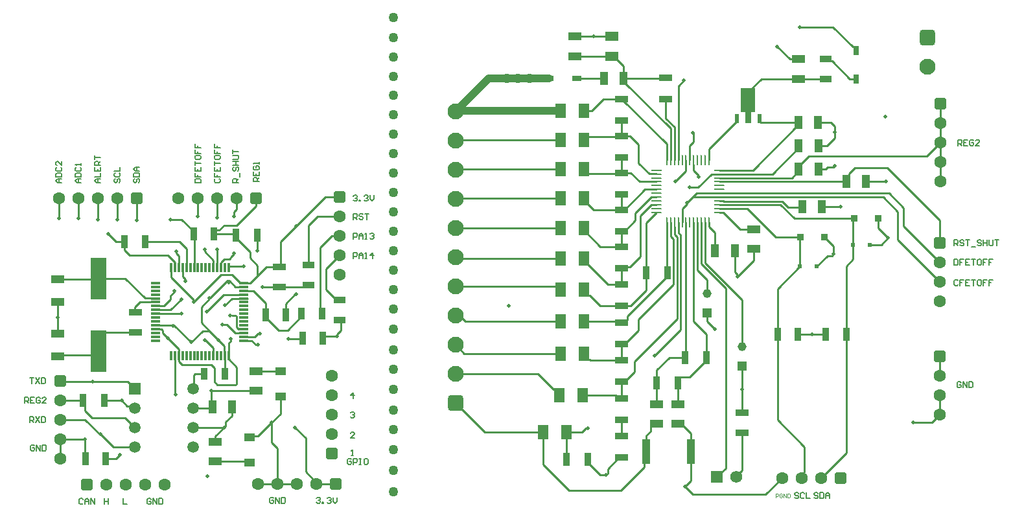
<source format=gtl>
G04*
G04 #@! TF.GenerationSoftware,Altium Limited,Altium Designer,25.2.1 (25)*
G04*
G04 Layer_Physical_Order=1*
G04 Layer_Color=255*
%FSLAX44Y44*%
%MOMM*%
G71*
G04*
G04 #@! TF.SameCoordinates,F4FED96F-6736-4451-9F0E-EDF3A1B2C77D*
G04*
G04*
G04 #@! TF.FilePolarity,Positive*
G04*
G01*
G75*
%ADD14C,0.1270*%
%ADD15C,0.2540*%
%ADD18R,1.2000X0.3000*%
%ADD19R,0.3000X1.2000*%
%ADD20R,1.0500X3.2500*%
%ADD21R,1.7062X1.2034*%
%ADD22R,1.7000X1.1000*%
%ADD23R,1.0500X1.8000*%
%ADD24R,1.3552X0.2125*%
G04:AMPARAMS|DCode=25|XSize=1.3552mm|YSize=0.2125mm|CornerRadius=0.1062mm|HoleSize=0mm|Usage=FLASHONLY|Rotation=0.000|XOffset=0mm|YOffset=0mm|HoleType=Round|Shape=RoundedRectangle|*
%AMROUNDEDRECTD25*
21,1,1.3552,0.0000,0,0,0.0*
21,1,1.1428,0.2125,0,0,0.0*
1,1,0.2125,0.5714,0.0000*
1,1,0.2125,-0.5714,0.0000*
1,1,0.2125,-0.5714,0.0000*
1,1,0.2125,0.5714,0.0000*
%
%ADD25ROUNDEDRECTD25*%
G04:AMPARAMS|DCode=26|XSize=0.2125mm|YSize=1.3552mm|CornerRadius=0.1062mm|HoleSize=0mm|Usage=FLASHONLY|Rotation=0.000|XOffset=0mm|YOffset=0mm|HoleType=Round|Shape=RoundedRectangle|*
%AMROUNDEDRECTD26*
21,1,0.2125,1.1428,0,0,0.0*
21,1,0.0000,1.3552,0,0,0.0*
1,1,0.2125,0.0000,-0.5714*
1,1,0.2125,0.0000,-0.5714*
1,1,0.2125,0.0000,0.5714*
1,1,0.2125,0.0000,0.5714*
%
%ADD26ROUNDEDRECTD26*%
%ADD27R,0.7000X1.2000*%
%ADD28R,1.5500X0.9000*%
%ADD29R,1.1000X1.7000*%
%ADD30R,0.9000X0.9500*%
%ADD31R,1.7000X1.0500*%
%ADD32R,1.6582X0.9561*%
%ADD33R,0.9500X1.7000*%
%ADD34R,1.7000X0.9500*%
%ADD35R,1.3561X1.8582*%
%ADD36R,1.8000X1.0500*%
%ADD37R,1.2000X0.7000*%
%ADD38R,0.8000X1.3000*%
%ADD39R,0.5500X1.3000*%
%ADD40R,1.0500X1.7000*%
%ADD41R,1.1057X1.6582*%
%ADD42R,0.9561X1.6582*%
%ADD43R,0.9000X1.5500*%
%ADD44R,2.0000X5.5000*%
%ADD45R,1.3500X1.1000*%
%ADD46R,1.8000X1.0000*%
%ADD53R,0.6000X0.6000*%
%ADD66R,1.1500X1.1500*%
%ADD67C,1.1500*%
%ADD68C,1.5700*%
%ADD69R,1.5700X1.5700*%
%ADD74C,1.0160*%
%ADD75C,0.0762*%
%ADD76C,1.6000*%
G04:AMPARAMS|DCode=77|XSize=1.6mm|YSize=1.6mm|CornerRadius=0.4mm|HoleSize=0mm|Usage=FLASHONLY|Rotation=270.000|XOffset=0mm|YOffset=0mm|HoleType=Round|Shape=RoundedRectangle|*
%AMROUNDEDRECTD77*
21,1,1.6000,0.8000,0,0,270.0*
21,1,0.8000,1.6000,0,0,270.0*
1,1,0.8000,-0.4000,-0.4000*
1,1,0.8000,-0.4000,0.4000*
1,1,0.8000,0.4000,0.4000*
1,1,0.8000,0.4000,-0.4000*
%
%ADD77ROUNDEDRECTD77*%
%ADD78C,2.1000*%
G04:AMPARAMS|DCode=79|XSize=2.1mm|YSize=2.1mm|CornerRadius=0.525mm|HoleSize=0mm|Usage=FLASHONLY|Rotation=270.000|XOffset=0mm|YOffset=0mm|HoleType=Round|Shape=RoundedRectangle|*
%AMROUNDEDRECTD79*
21,1,2.1000,1.0500,0,0,270.0*
21,1,1.0500,2.1000,0,0,270.0*
1,1,1.0500,-0.5250,-0.5250*
1,1,1.0500,-0.5250,0.5250*
1,1,1.0500,0.5250,0.5250*
1,1,1.0500,0.5250,-0.5250*
%
%ADD79ROUNDEDRECTD79*%
G04:AMPARAMS|DCode=80|XSize=1.6mm|YSize=1.6mm|CornerRadius=0.4mm|HoleSize=0mm|Usage=FLASHONLY|Rotation=180.000|XOffset=0mm|YOffset=0mm|HoleType=Round|Shape=RoundedRectangle|*
%AMROUNDEDRECTD80*
21,1,1.6000,0.8000,0,0,180.0*
21,1,0.8000,1.6000,0,0,180.0*
1,1,0.8000,-0.4000,0.4000*
1,1,0.8000,0.4000,0.4000*
1,1,0.8000,0.4000,-0.4000*
1,1,0.8000,-0.4000,-0.4000*
%
%ADD80ROUNDEDRECTD80*%
%ADD81R,1.5000X1.5000*%
%ADD82C,1.5000*%
%ADD83C,0.5080*%
%ADD84C,1.2700*%
G36*
X1561190Y1167270D02*
Y1136020D01*
X1555940D01*
Y1121270D01*
X1547940D01*
Y1136020D01*
X1542690D01*
Y1167270D01*
X1561190D01*
D02*
G37*
D14*
X1830068Y782318D02*
X1828799Y783587D01*
X1826260D01*
X1824990Y782318D01*
Y777240D01*
X1826260Y775970D01*
X1828799D01*
X1830068Y777240D01*
Y779779D01*
X1827529D01*
X1832608Y775970D02*
Y783587D01*
X1837686Y775970D01*
Y783587D01*
X1840225D02*
Y775970D01*
X1844034D01*
X1845303Y777240D01*
Y782318D01*
X1844034Y783587D01*
X1840225D01*
X1617978Y637538D02*
X1616709Y638807D01*
X1614170D01*
X1612900Y637538D01*
Y636268D01*
X1614170Y634999D01*
X1616709D01*
X1617978Y633729D01*
Y632460D01*
X1616709Y631190D01*
X1614170D01*
X1612900Y632460D01*
X1625596Y637538D02*
X1624326Y638807D01*
X1621787D01*
X1620517Y637538D01*
Y632460D01*
X1621787Y631190D01*
X1624326D01*
X1625596Y632460D01*
X1628135Y638807D02*
Y631190D01*
X1633213D01*
X1643378Y637538D02*
X1642109Y638807D01*
X1639570D01*
X1638300Y637538D01*
Y636268D01*
X1639570Y634999D01*
X1642109D01*
X1643378Y633729D01*
Y632460D01*
X1642109Y631190D01*
X1639570D01*
X1638300Y632460D01*
X1645918Y638807D02*
Y631190D01*
X1649726D01*
X1650996Y632460D01*
Y637538D01*
X1649726Y638807D01*
X1645918D01*
X1653535Y631190D02*
Y636268D01*
X1656074Y638807D01*
X1658613Y636268D01*
Y631190D01*
Y634999D01*
X1653535D01*
X1826258Y915668D02*
X1824989Y916937D01*
X1822450D01*
X1821180Y915668D01*
Y910590D01*
X1822450Y909320D01*
X1824989D01*
X1826258Y910590D01*
X1833876Y916937D02*
X1828797D01*
Y913129D01*
X1831337D01*
X1828797D01*
Y909320D01*
X1841493Y916937D02*
X1836415D01*
Y909320D01*
X1841493D01*
X1836415Y913129D02*
X1838954D01*
X1844033Y916937D02*
X1849111D01*
X1846572D01*
Y909320D01*
X1855459Y916937D02*
X1852920D01*
X1851650Y915668D01*
Y910590D01*
X1852920Y909320D01*
X1855459D01*
X1856729Y910590D01*
Y915668D01*
X1855459Y916937D01*
X1864346D02*
X1859268D01*
Y913129D01*
X1861807D01*
X1859268D01*
Y909320D01*
X1871964Y916937D02*
X1866885D01*
Y913129D01*
X1869424D01*
X1866885D01*
Y909320D01*
X1821180Y943607D02*
Y935990D01*
X1824989D01*
X1826258Y937260D01*
Y942338D01*
X1824989Y943607D01*
X1821180D01*
X1833876D02*
X1828797D01*
Y939799D01*
X1831337D01*
X1828797D01*
Y935990D01*
X1841493Y943607D02*
X1836415D01*
Y935990D01*
X1841493D01*
X1836415Y939799D02*
X1838954D01*
X1844033Y943607D02*
X1849111D01*
X1846572D01*
Y935990D01*
X1855459Y943607D02*
X1852920D01*
X1851650Y942338D01*
Y937260D01*
X1852920Y935990D01*
X1855459D01*
X1856729Y937260D01*
Y942338D01*
X1855459Y943607D01*
X1864346D02*
X1859268D01*
Y939799D01*
X1861807D01*
X1859268D01*
Y935990D01*
X1871964Y943607D02*
X1866885D01*
Y939799D01*
X1869424D01*
X1866885D01*
Y935990D01*
X1821180Y961390D02*
Y969007D01*
X1824989D01*
X1826258Y967738D01*
Y965198D01*
X1824989Y963929D01*
X1821180D01*
X1823719D02*
X1826258Y961390D01*
X1833876Y967738D02*
X1832606Y969007D01*
X1830067D01*
X1828797Y967738D01*
Y966468D01*
X1830067Y965198D01*
X1832606D01*
X1833876Y963929D01*
Y962659D01*
X1832606Y961390D01*
X1830067D01*
X1828797Y962659D01*
X1836415Y969007D02*
X1841493D01*
X1838954D01*
Y961390D01*
X1844033Y960120D02*
X1849111D01*
X1856729Y967738D02*
X1855459Y969007D01*
X1852920D01*
X1851650Y967738D01*
Y966468D01*
X1852920Y965198D01*
X1855459D01*
X1856729Y963929D01*
Y962659D01*
X1855459Y961390D01*
X1852920D01*
X1851650Y962659D01*
X1859268Y969007D02*
Y961390D01*
Y965198D01*
X1864346D01*
Y969007D01*
Y961390D01*
X1866885Y969007D02*
Y962659D01*
X1868155Y961390D01*
X1870694D01*
X1871964Y962659D01*
Y969007D01*
X1874503D02*
X1879581D01*
X1877042D01*
Y961390D01*
X1826260Y1092200D02*
Y1099818D01*
X1830069D01*
X1831338Y1098548D01*
Y1096009D01*
X1830069Y1094739D01*
X1826260D01*
X1828799D02*
X1831338Y1092200D01*
X1838956Y1099818D02*
X1833878D01*
Y1092200D01*
X1838956D01*
X1833878Y1096009D02*
X1836417D01*
X1846573Y1098548D02*
X1845304Y1099818D01*
X1842765D01*
X1841495Y1098548D01*
Y1093470D01*
X1842765Y1092200D01*
X1845304D01*
X1846573Y1093470D01*
Y1096009D01*
X1844034D01*
X1854191Y1092200D02*
X1849113D01*
X1854191Y1097278D01*
Y1098548D01*
X1852921Y1099818D01*
X1850382D01*
X1849113Y1098548D01*
X932178Y631188D02*
X930909Y632458D01*
X928370D01*
X927100Y631188D01*
Y626110D01*
X928370Y624840D01*
X930909D01*
X932178Y626110D01*
Y628649D01*
X929639D01*
X934717Y624840D02*
Y632458D01*
X939796Y624840D01*
Y632458D01*
X942335D02*
Y624840D01*
X946144D01*
X947413Y626110D01*
Y631188D01*
X946144Y632458D01*
X942335D01*
X988060Y631188D02*
X989330Y632458D01*
X991869D01*
X993138Y631188D01*
Y629918D01*
X991869Y628649D01*
X990599D01*
X991869D01*
X993138Y627379D01*
Y626110D01*
X991869Y624840D01*
X989330D01*
X988060Y626110D01*
X995677Y624840D02*
Y626110D01*
X996947D01*
Y624840D01*
X995677D01*
X1002026Y631188D02*
X1003295Y632458D01*
X1005834D01*
X1007104Y631188D01*
Y629918D01*
X1005834Y628649D01*
X1004565D01*
X1005834D01*
X1007104Y627379D01*
Y626110D01*
X1005834Y624840D01*
X1003295D01*
X1002026Y626110D01*
X1009643Y632458D02*
Y627379D01*
X1012182Y624840D01*
X1014721Y627379D01*
Y632458D01*
X1036320Y944880D02*
Y952497D01*
X1040129D01*
X1041398Y951228D01*
Y948689D01*
X1040129Y947419D01*
X1036320D01*
X1043938Y944880D02*
Y949958D01*
X1046477Y952497D01*
X1049016Y949958D01*
Y944880D01*
Y948689D01*
X1043938D01*
X1051555Y944880D02*
X1054094D01*
X1052825D01*
Y952497D01*
X1051555Y951228D01*
X1061712Y944880D02*
Y952497D01*
X1057903Y948689D01*
X1062981D01*
X1036320Y970280D02*
Y977897D01*
X1040129D01*
X1041398Y976628D01*
Y974089D01*
X1040129Y972819D01*
X1036320D01*
X1043938Y970280D02*
Y975358D01*
X1046477Y977897D01*
X1049016Y975358D01*
Y970280D01*
Y974089D01*
X1043938D01*
X1051555Y970280D02*
X1054094D01*
X1052825D01*
Y977897D01*
X1051555Y976628D01*
X1057903D02*
X1059173Y977897D01*
X1061712D01*
X1062981Y976628D01*
Y975358D01*
X1061712Y974089D01*
X1060442D01*
X1061712D01*
X1062981Y972819D01*
Y971550D01*
X1061712Y970280D01*
X1059173D01*
X1057903Y971550D01*
X1036320Y995680D02*
Y1003298D01*
X1040129D01*
X1041398Y1002028D01*
Y999489D01*
X1040129Y998219D01*
X1036320D01*
X1038859D02*
X1041398Y995680D01*
X1049016Y1002028D02*
X1047746Y1003298D01*
X1045207D01*
X1043938Y1002028D01*
Y1000758D01*
X1045207Y999489D01*
X1047746D01*
X1049016Y998219D01*
Y996950D01*
X1047746Y995680D01*
X1045207D01*
X1043938Y996950D01*
X1051555Y1003298D02*
X1056633D01*
X1054094D01*
Y995680D01*
X1036320Y1026158D02*
X1037590Y1027428D01*
X1040129D01*
X1041398Y1026158D01*
Y1024888D01*
X1040129Y1023619D01*
X1038859D01*
X1040129D01*
X1041398Y1022349D01*
Y1021080D01*
X1040129Y1019810D01*
X1037590D01*
X1036320Y1021080D01*
X1043938Y1019810D02*
Y1021080D01*
X1045207D01*
Y1019810D01*
X1043938D01*
X1050285Y1026158D02*
X1051555Y1027428D01*
X1054094D01*
X1055364Y1026158D01*
Y1024888D01*
X1054094Y1023619D01*
X1052825D01*
X1054094D01*
X1055364Y1022349D01*
Y1021080D01*
X1054094Y1019810D01*
X1051555D01*
X1050285Y1021080D01*
X1057903Y1027428D02*
Y1022349D01*
X1060442Y1019810D01*
X1062981Y1022349D01*
Y1027428D01*
X619758Y699768D02*
X618489Y701038D01*
X615950D01*
X614680Y699768D01*
Y694690D01*
X615950Y693420D01*
X618489D01*
X619758Y694690D01*
Y697229D01*
X617219D01*
X622298Y693420D02*
Y701038D01*
X627376Y693420D01*
Y701038D01*
X629915D02*
Y693420D01*
X633724D01*
X634993Y694690D01*
Y699768D01*
X633724Y701038D01*
X629915D01*
X613410Y730250D02*
Y737868D01*
X617219D01*
X618488Y736598D01*
Y734059D01*
X617219Y732789D01*
X613410D01*
X615949D02*
X618488Y730250D01*
X621027Y737868D02*
X626106Y730250D01*
Y737868D02*
X621027Y730250D01*
X628645Y737868D02*
Y730250D01*
X632454D01*
X633723Y731520D01*
Y736598D01*
X632454Y737868D01*
X628645D01*
X607060Y755650D02*
Y763268D01*
X610869D01*
X612138Y761998D01*
Y759459D01*
X610869Y758189D01*
X607060D01*
X609599D02*
X612138Y755650D01*
X619756Y763268D02*
X614678D01*
Y755650D01*
X619756D01*
X614678Y759459D02*
X617217D01*
X627373Y761998D02*
X626104Y763268D01*
X623565D01*
X622295Y761998D01*
Y756920D01*
X623565Y755650D01*
X626104D01*
X627373Y756920D01*
Y759459D01*
X624834D01*
X634991Y755650D02*
X629913D01*
X634991Y760728D01*
Y761998D01*
X633721Y763268D01*
X631182D01*
X629913Y761998D01*
X613410Y788668D02*
X618488D01*
X615949D01*
Y781050D01*
X621027Y788668D02*
X626106Y781050D01*
Y788668D02*
X621027Y781050D01*
X628645Y788668D02*
Y781050D01*
X632454D01*
X633723Y782320D01*
Y787398D01*
X632454Y788668D01*
X628645D01*
X772158Y629918D02*
X770889Y631188D01*
X768350D01*
X767080Y629918D01*
Y624840D01*
X768350Y623570D01*
X770889D01*
X772158Y624840D01*
Y627379D01*
X769619D01*
X774697Y623570D02*
Y631188D01*
X779776Y623570D01*
Y631188D01*
X782315D02*
Y623570D01*
X786124D01*
X787393Y624840D01*
Y629918D01*
X786124Y631188D01*
X782315D01*
X735330D02*
Y623570D01*
X740408D01*
X711200Y631188D02*
Y623570D01*
Y627379D01*
X716278D01*
Y631188D01*
Y623570D01*
X683258Y629918D02*
X681989Y631188D01*
X679450D01*
X678180Y629918D01*
Y624840D01*
X679450Y623570D01*
X681989D01*
X683258Y624840D01*
X685798Y623570D02*
Y628648D01*
X688337Y631188D01*
X690876Y628648D01*
Y623570D01*
Y627379D01*
X685798D01*
X693415Y623570D02*
Y631188D01*
X698493Y623570D01*
Y631188D01*
X1036319Y762000D02*
Y769617D01*
X1032510Y765809D01*
X1037588D01*
X1032510Y742948D02*
X1033780Y744218D01*
X1036319D01*
X1037588Y742948D01*
Y741678D01*
X1036319Y740409D01*
X1035049D01*
X1036319D01*
X1037588Y739139D01*
Y737870D01*
X1036319Y736600D01*
X1033780D01*
X1032510Y737870D01*
X1037588Y709930D02*
X1032510D01*
X1037588Y715008D01*
Y716278D01*
X1036319Y717548D01*
X1033780D01*
X1032510Y716278D01*
X1033780Y687070D02*
X1036319D01*
X1035050D01*
Y694688D01*
X1033780Y693418D01*
X1033778Y681988D02*
X1032509Y683258D01*
X1029970D01*
X1028700Y681988D01*
Y676910D01*
X1029970Y675640D01*
X1032509D01*
X1033778Y676910D01*
Y679449D01*
X1031239D01*
X1036318Y675640D02*
Y683258D01*
X1040126D01*
X1041396Y681988D01*
Y679449D01*
X1040126Y678179D01*
X1036318D01*
X1043935Y683258D02*
X1046474D01*
X1045205D01*
Y675640D01*
X1043935D01*
X1046474D01*
X1054092Y683258D02*
X1051553D01*
X1050283Y681988D01*
Y676910D01*
X1051553Y675640D01*
X1054092D01*
X1055361Y676910D01*
Y681988D01*
X1054092Y683258D01*
X750572Y1049018D02*
X749303Y1047749D01*
Y1045210D01*
X750572Y1043940D01*
X751842D01*
X753111Y1045210D01*
Y1047749D01*
X754381Y1049018D01*
X755650D01*
X756920Y1047749D01*
Y1045210D01*
X755650Y1043940D01*
X749303Y1051557D02*
X756920D01*
Y1055366D01*
X755650Y1056636D01*
X750572D01*
X749303Y1055366D01*
Y1051557D01*
X756920Y1059175D02*
X751842D01*
X749303Y1061714D01*
X751842Y1064253D01*
X756920D01*
X753111D01*
Y1059175D01*
X655155Y1043365D02*
X650076D01*
X647537Y1045904D01*
X650076Y1048443D01*
X655155D01*
X651346D01*
Y1043365D01*
X647537Y1050982D02*
X655155D01*
Y1054791D01*
X653885Y1056061D01*
X648807D01*
X647537Y1054791D01*
Y1050982D01*
X648807Y1063678D02*
X647537Y1062409D01*
Y1059870D01*
X648807Y1058600D01*
X653885D01*
X655155Y1059870D01*
Y1062409D01*
X653885Y1063678D01*
X655155Y1071296D02*
Y1066217D01*
X650076Y1071296D01*
X648807D01*
X647537Y1070026D01*
Y1067487D01*
X648807Y1066217D01*
X680555Y1043365D02*
X675476D01*
X672937Y1045904D01*
X675476Y1048443D01*
X680555D01*
X676746D01*
Y1043365D01*
X672937Y1050982D02*
X680555D01*
Y1054791D01*
X679285Y1056061D01*
X674207D01*
X672937Y1054791D01*
Y1050982D01*
X674207Y1063678D02*
X672937Y1062409D01*
Y1059870D01*
X674207Y1058600D01*
X679285D01*
X680555Y1059870D01*
Y1062409D01*
X679285Y1063678D01*
X680555Y1066217D02*
Y1068757D01*
Y1067487D01*
X672937D01*
X674207Y1066217D01*
X705955Y1043365D02*
X700876D01*
X698337Y1045904D01*
X700876Y1048443D01*
X705955D01*
X702146D01*
Y1043365D01*
X698337Y1050982D02*
X705955D01*
Y1056061D01*
X698337Y1063678D02*
Y1058600D01*
X705955D01*
Y1063678D01*
X702146Y1058600D02*
Y1061139D01*
X705955Y1066217D02*
X698337D01*
Y1070026D01*
X699607Y1071296D01*
X702146D01*
X703415Y1070026D01*
Y1066217D01*
Y1068757D02*
X705955Y1071296D01*
X698337Y1073835D02*
Y1078913D01*
Y1076374D01*
X705955D01*
X725172Y1049018D02*
X723903Y1047749D01*
Y1045210D01*
X725172Y1043940D01*
X726442D01*
X727711Y1045210D01*
Y1047749D01*
X728981Y1049018D01*
X730250D01*
X731520Y1047749D01*
Y1045210D01*
X730250Y1043940D01*
X725172Y1056636D02*
X723903Y1055366D01*
Y1052827D01*
X725172Y1051557D01*
X730250D01*
X731520Y1052827D01*
Y1055366D01*
X730250Y1056636D01*
X723903Y1059175D02*
X731520D01*
Y1064253D01*
X829313Y1043940D02*
X836930D01*
Y1047749D01*
X835660Y1049018D01*
X830582D01*
X829313Y1047749D01*
Y1043940D01*
Y1056636D02*
Y1051557D01*
X833121D01*
Y1054097D01*
Y1051557D01*
X836930D01*
X829313Y1064253D02*
Y1059175D01*
X836930D01*
Y1064253D01*
X833121Y1059175D02*
Y1061714D01*
X829313Y1066793D02*
Y1071871D01*
Y1069332D01*
X836930D01*
X829313Y1078219D02*
Y1075680D01*
X830582Y1074410D01*
X835660D01*
X836930Y1075680D01*
Y1078219D01*
X835660Y1079489D01*
X830582D01*
X829313Y1078219D01*
Y1087106D02*
Y1082028D01*
X833121D01*
Y1084567D01*
Y1082028D01*
X836930D01*
X829313Y1094724D02*
Y1089645D01*
X833121D01*
Y1092184D01*
Y1089645D01*
X836930D01*
X855982Y1049018D02*
X854713Y1047749D01*
Y1045210D01*
X855982Y1043940D01*
X861060D01*
X862330Y1045210D01*
Y1047749D01*
X861060Y1049018D01*
X854713Y1056636D02*
Y1051557D01*
X858521D01*
Y1054097D01*
Y1051557D01*
X862330D01*
X854713Y1064253D02*
Y1059175D01*
X862330D01*
Y1064253D01*
X858521Y1059175D02*
Y1061714D01*
X854713Y1066793D02*
Y1071871D01*
Y1069332D01*
X862330D01*
X854713Y1078219D02*
Y1075680D01*
X855982Y1074410D01*
X861060D01*
X862330Y1075680D01*
Y1078219D01*
X861060Y1079489D01*
X855982D01*
X854713Y1078219D01*
Y1087106D02*
Y1082028D01*
X858521D01*
Y1084567D01*
Y1082028D01*
X862330D01*
X854713Y1094724D02*
Y1089645D01*
X858521D01*
Y1092184D01*
Y1089645D01*
X862330D01*
X886460Y1043940D02*
X878843D01*
Y1047749D01*
X880113Y1049018D01*
X882652D01*
X883921Y1047749D01*
Y1043940D01*
Y1046479D02*
X886460Y1049018D01*
X887730Y1051557D02*
Y1056636D01*
X880113Y1064253D02*
X878843Y1062984D01*
Y1060445D01*
X880113Y1059175D01*
X881382D01*
X882652Y1060445D01*
Y1062984D01*
X883921Y1064253D01*
X885191D01*
X886460Y1062984D01*
Y1060445D01*
X885191Y1059175D01*
X878843Y1066793D02*
X886460D01*
X882652D01*
Y1071871D01*
X878843D01*
X886460D01*
X878843Y1074410D02*
X885191D01*
X886460Y1075680D01*
Y1078219D01*
X885191Y1079489D01*
X878843D01*
Y1082028D02*
Y1087106D01*
Y1084567D01*
X886460D01*
X913130Y1045210D02*
X905512D01*
Y1049019D01*
X906782Y1050288D01*
X909321D01*
X910591Y1049019D01*
Y1045210D01*
Y1047749D02*
X913130Y1050288D01*
X905512Y1057906D02*
Y1052828D01*
X913130D01*
Y1057906D01*
X909321Y1052828D02*
Y1055367D01*
X906782Y1065523D02*
X905512Y1064254D01*
Y1061715D01*
X906782Y1060445D01*
X911860D01*
X913130Y1061715D01*
Y1064254D01*
X911860Y1065523D01*
X909321D01*
Y1062984D01*
X913130Y1068063D02*
Y1070602D01*
Y1069332D01*
X905512D01*
X906782Y1068063D01*
D15*
X1767840Y730250D02*
X1791970D01*
X1802130Y740410D01*
Y765810D01*
Y791210D02*
Y816610D01*
X876032Y946465D02*
X880110Y950543D01*
X874048Y943898D02*
X876032Y945882D01*
X880110Y950543D02*
Y951230D01*
X876032Y945882D02*
Y946465D01*
X900430Y712460D02*
X911850D01*
X874775Y914655D02*
X881900Y907530D01*
X871585Y915670D02*
X873760D01*
X874775Y914655D01*
X848813Y892897D02*
X871585Y915670D01*
X800677Y857300D02*
X801869D01*
X1471930Y1016000D02*
Y1017270D01*
X1465700Y1009770D02*
X1471930Y1016000D01*
X1486805Y1037590D02*
X1504225Y1055010D01*
X1583490D01*
X778200Y872490D02*
X811530D01*
X873160Y813030D02*
Y817530D01*
Y813030D02*
X883920Y802270D01*
Y781268D02*
Y802270D01*
X882432Y779780D02*
X883920Y781268D01*
X858520Y779780D02*
X882432D01*
X854710Y783590D02*
X858520Y779780D01*
X854710Y783590D02*
Y801370D01*
X850307Y805773D02*
X854710Y801370D01*
X812793Y805773D02*
X850307D01*
X808390Y810175D02*
X812793Y805773D01*
X808390Y810175D02*
Y817300D01*
X808160Y817530D02*
X808390Y817300D01*
X842697Y838200D02*
X853160Y827737D01*
Y817530D02*
Y827737D01*
X842010Y838200D02*
X842697D01*
X730904Y688340D02*
X731520D01*
X725824Y683260D02*
X730904Y688340D01*
X712470Y683260D02*
X725824D01*
X653430Y708660D02*
X685800D01*
Y683408D02*
Y708660D01*
X1664970Y1109980D02*
Y1117600D01*
Y1102360D02*
Y1109980D01*
X1349856Y1234740D02*
X1373833D01*
X1325880D02*
X1349856D01*
X1544320Y773710D02*
Y803910D01*
Y743511D02*
Y773710D01*
X937260Y650240D02*
Y696292D01*
Y650050D02*
Y650240D01*
X874775Y914655D02*
X874775D01*
X874775D02*
Y914655D01*
X650240Y848120D02*
Y867410D01*
X873160Y934490D02*
X873390Y934720D01*
X873160Y932530D02*
Y934490D01*
X873390Y934720D02*
X892810D01*
X880441Y999821D02*
Y1005840D01*
X883920Y1009319D01*
X880110Y999490D02*
X880441Y999821D01*
X844550Y875030D02*
X867050Y897530D01*
X797560Y896602D02*
X801966Y901008D01*
X788780Y882760D02*
X797560Y891540D01*
Y896602D01*
X778390Y882760D02*
X788780D01*
X805180Y951021D02*
Y953770D01*
Y951021D02*
X808160Y948041D01*
Y932530D02*
Y948041D01*
X818160Y932530D02*
Y957300D01*
X808990Y966470D02*
X818160Y957300D01*
X828160Y932530D02*
Y976041D01*
X763831Y966470D02*
X808990D01*
X1418800Y692150D02*
Y713025D01*
X1424830Y719055D01*
Y724950D01*
X1428810Y728930D01*
X1432560D01*
X1416260Y689610D02*
X1418800Y692150D01*
X1416260Y672040D02*
Y689610D01*
X1460500Y728930D02*
X1464250D01*
X1476800Y716380D01*
Y692150D02*
Y716380D01*
X1469390Y646430D02*
X1476800Y653840D01*
Y692150D01*
X841460Y793750D02*
X843450D01*
X829310D02*
X841460D01*
X803390Y767600D02*
X803910Y767080D01*
X803390Y767600D02*
Y817300D01*
X803160Y817530D02*
X803390Y817300D01*
X737309Y955601D02*
X743931Y948979D01*
X737309Y955601D02*
Y966470D01*
X743931Y948979D02*
X793835D01*
X802930Y932760D02*
X803160Y932530D01*
X802930Y932760D02*
Y939884D01*
X793835Y948979D02*
X802930Y939884D01*
X716280Y976630D02*
X726440Y966470D01*
X737309D01*
X816995Y914785D02*
Y917534D01*
X813160Y921369D02*
X816995Y917534D01*
X813160Y921369D02*
Y932530D01*
X1475740Y1092200D02*
X1480820Y1097280D01*
Y1107440D01*
X1479550Y1108710D02*
X1480820Y1107440D01*
X1475740Y1084580D02*
Y1092200D01*
X1475700Y1073265D02*
Y1084540D01*
X1475740Y1084580D01*
X1487170Y1051560D02*
Y1052988D01*
X1480700Y1059458D02*
Y1067759D01*
Y1059458D02*
X1487170Y1052988D01*
X1475740Y1037590D02*
X1486805D01*
X1479670Y1025010D02*
X1484670Y1030010D01*
X1513955D02*
X1736050D01*
X1484670D02*
X1513955D01*
X1460700Y1073265D02*
Y1169870D01*
X1468120Y1177290D01*
X1663248Y950412D02*
Y960832D01*
X1470700Y1059220D02*
Y1073265D01*
X1456690Y1045210D02*
X1470700Y1059220D01*
X1182285Y862330D02*
X1306788D01*
X1169670Y869950D02*
X1174665D01*
X1182285Y862330D01*
X1169670Y908050D02*
X1303020D01*
X1306830Y904240D01*
X1445700Y927100D02*
X1446970Y925830D01*
X1337310Y862330D02*
X1385600D01*
X1445700Y927100D02*
Y991755D01*
X1385600Y862330D02*
X1386840Y861090D01*
X1390590Y833090D02*
X1408430Y850930D01*
Y864806D01*
X1454580Y910956D01*
Y969820D01*
X1574800Y636270D02*
X1596390Y657860D01*
X1479550Y636270D02*
X1574800D01*
X1469390Y646430D02*
X1479550Y636270D01*
X1425397Y1024802D02*
X1432445D01*
X1358890Y960180D02*
X1386840D01*
X1693185Y1216555D02*
Y1219055D01*
X1690955Y1221285D02*
X1693185Y1219055D01*
X1688455Y1221285D02*
X1690955D01*
X1662600Y1247140D02*
X1688455Y1221285D01*
X1619250Y1247140D02*
X1662600D01*
X1661300Y1202550D02*
X1684295Y1179555D01*
X1653540Y1205780D02*
X1656770Y1202550D01*
X1684295Y1179555D02*
X1693185D01*
X1656770Y1202550D02*
X1661300D01*
X1350009Y1008380D02*
X1386840D01*
X1422552Y1055218D02*
X1432445D01*
X1341114Y1103645D02*
X1386840D01*
X1385585Y1055385D02*
X1386840Y1056640D01*
X1455700Y1073265D02*
Y1116230D01*
X1443990Y1127941D02*
X1455700Y1116230D01*
X1443990Y1127941D02*
Y1153160D01*
X1442660Y1179830D02*
X1443990Y1181160D01*
X1389430Y1179830D02*
X1442660D01*
X1373833Y1234740D02*
X1374140Y1235047D01*
X1325880Y1209040D02*
X1374140D01*
X1376654D01*
X1389430Y1196264D01*
Y1179830D02*
Y1196264D01*
X1450700Y1073265D02*
Y1114810D01*
X1389430Y1176080D02*
X1450700Y1114810D01*
X1389430Y1176080D02*
Y1179830D01*
X1328420D02*
X1363930D01*
X1590040Y1221740D02*
X1606250Y1205530D01*
X1617980D01*
X1635760Y845820D02*
X1653540D01*
X1621790Y657860D02*
Y661502D01*
X1625600Y665312D02*
Y698500D01*
X1590188Y733912D02*
Y845820D01*
Y733912D02*
X1625600Y698500D01*
X1621790Y661502D02*
X1625600Y665312D01*
X1647190Y657860D02*
X1680062Y690732D01*
Y845820D01*
X1590188Y905228D02*
X1619680Y934720D01*
X1590188Y845820D02*
Y905228D01*
X1680062Y934572D02*
X1689100Y943610D01*
X1680062Y845820D02*
Y934572D01*
X1616710Y845820D02*
X1635760D01*
X1569420Y1179530D02*
X1617980D01*
X1551940Y1162050D02*
X1569420Y1179530D01*
X1551940Y1127770D02*
Y1162050D01*
X1653290Y1179530D02*
X1653540Y1179280D01*
X1617980Y1179530D02*
X1653290D01*
X1536940Y1124020D02*
Y1127770D01*
X1500700Y1087780D02*
X1536940Y1124020D01*
X1500700Y1073265D02*
Y1087780D01*
X1566940Y1124160D02*
Y1127770D01*
Y1124160D02*
X1568420Y1122680D01*
X1617918D01*
X1803400Y1045210D02*
Y1146810D01*
X1617680Y1064720D02*
X1631190Y1078230D01*
X1785620D02*
X1803400Y1096010D01*
X1631190Y1078230D02*
X1785620D01*
X1643680Y1061720D02*
X1653540D01*
X1663026Y1064126D02*
X1664970Y1066070D01*
X1655946Y1064126D02*
X1663026D01*
X1653540Y1061720D02*
X1655946Y1064126D01*
X1617680Y1061720D02*
Y1064720D01*
X1643442Y1122680D02*
X1659890D01*
X1664970Y1117600D01*
X1654810Y1092200D02*
X1664970Y1102360D01*
X1643680Y1092200D02*
X1654810D01*
X1617918Y1119918D02*
Y1122680D01*
X1558010Y1060010D02*
X1617918Y1119918D01*
X1513955Y1060010D02*
X1558010D01*
X1617680Y1089200D02*
Y1092200D01*
X1583490Y1055010D02*
X1617680Y1089200D01*
Y1058720D02*
Y1061720D01*
X1608970Y1050010D02*
X1617680Y1058720D01*
X1513955Y1050010D02*
X1608970D01*
X1733550Y1062990D02*
X1802130Y994410D01*
Y965200D02*
Y994410D01*
X1691640Y1062990D02*
X1733550D01*
X1684039Y1049089D02*
Y1055389D01*
X1680160Y1045210D02*
X1684039Y1049089D01*
Y1055389D02*
X1691640Y1062990D01*
X1705660Y1045210D02*
X1732280D01*
X1651000D02*
X1680160D01*
X1650800Y1045010D02*
X1651000Y1045210D01*
X1747520Y969010D02*
X1802130Y914400D01*
X1747520Y969010D02*
Y1005840D01*
X1728350Y1025010D02*
X1747520Y1005840D01*
X1513955Y1025010D02*
X1728350D01*
X1648460Y1012190D02*
X1672590D01*
X1755140Y986790D02*
Y1010920D01*
Y986790D02*
X1802130Y939800D01*
X1736050Y1030010D02*
X1755140Y1010920D01*
X1594292Y1015010D02*
X1612352Y996950D01*
X1689100Y943610D02*
Y962660D01*
X1612352Y996950D02*
X1690620D01*
X1513955Y1015010D02*
X1594292D01*
X1689100Y962660D02*
Y995430D01*
X1513955Y1010010D02*
X1550954D01*
X1588145Y972820D01*
X1620010D01*
X1689100Y995430D02*
X1690620Y996950D01*
X1725930Y962660D02*
X1734820Y971550D01*
X1722120Y984250D02*
Y996950D01*
Y984250D02*
X1734820Y971550D01*
X1711100Y962660D02*
X1725930D01*
X1471930Y1017270D02*
X1479670Y1025010D01*
X1513955Y1045010D02*
X1650800D01*
X1479670Y1025010D02*
X1513955D01*
X1514162Y1019802D02*
X1519876D01*
X1520129Y1019550D02*
X1596172D01*
X1604192Y1011530D02*
X1622400D01*
X1596172Y1019550D02*
X1604192Y1011530D01*
X1513955Y1020010D02*
X1514162Y1019802D01*
X1519876D02*
X1520129Y1019550D01*
X1651510Y972570D02*
Y972820D01*
X1641680Y934720D02*
X1655428Y948468D01*
X1651510Y972570D02*
X1663248Y960832D01*
X1655428Y948468D02*
X1661304D01*
X1663248Y950412D01*
X1619680Y972490D02*
X1620010Y972820D01*
X1619680Y934720D02*
Y972490D01*
X1513955Y1005010D02*
X1519253D01*
X1541233Y983030D01*
X1559560D01*
X1537970Y920750D02*
X1559560Y942340D01*
Y957530D01*
X1534460Y927009D02*
Y955040D01*
X1537970Y920750D02*
Y923499D01*
X1534460Y927009D02*
X1537970Y923499D01*
X1500700Y986457D02*
Y991755D01*
Y986457D02*
X1508460Y978697D01*
Y955040D02*
Y978697D01*
X1495700Y938960D02*
Y991755D01*
Y938960D02*
X1544320Y890340D01*
Y829310D02*
Y890340D01*
Y668000D02*
Y716989D01*
X1536700Y660380D02*
X1544320Y668000D01*
X1536700Y659130D02*
Y660380D01*
X1498600Y862330D02*
X1508760Y852170D01*
X1498600Y862330D02*
Y873760D01*
X1522730Y670560D02*
Y905510D01*
X1490700Y937540D02*
X1522730Y905510D01*
X1490700Y937540D02*
Y991755D01*
X1511300Y659130D02*
X1522730Y670560D01*
X1485700Y929840D02*
X1498600Y916940D01*
X1485700Y929840D02*
Y991755D01*
X1498600Y899160D02*
Y916940D01*
X1480700Y862450D02*
X1497360Y845790D01*
Y815340D02*
Y845790D01*
X1480700Y862450D02*
Y991755D01*
X1470700Y816680D02*
Y991755D01*
X1469360Y815340D02*
X1470700Y816680D01*
X1463660Y851520D02*
Y975197D01*
X1460700Y978157D02*
X1463660Y975197D01*
X1450700Y973700D02*
X1454580Y969820D01*
X1455700Y975717D02*
X1459120Y972297D01*
X1450700Y973700D02*
Y991755D01*
X1459120Y865965D02*
Y972297D01*
X1455700Y975717D02*
Y986249D01*
X1497360Y811590D02*
Y815340D01*
X1475320Y789550D02*
X1497360Y811590D01*
X1464010Y789550D02*
X1475320D01*
X1460530Y786070D02*
X1464010Y789550D01*
X1460530Y782320D02*
Y786070D01*
X1449070Y815340D02*
X1469360D01*
X1432530Y798800D02*
X1449070Y815340D01*
X1432530Y782320D02*
Y798800D01*
X1283949Y675661D02*
Y717550D01*
Y675661D02*
X1318260Y641350D01*
X1385570D01*
X1416260Y672040D01*
X1456780Y725210D02*
X1460500Y728930D01*
X1432560D02*
X1436280Y725210D01*
X1460530Y754460D02*
Y782320D01*
X1460500Y754430D02*
X1460530Y754460D01*
X1432530D02*
Y782320D01*
Y754460D02*
X1432560Y754430D01*
X1465700Y991755D02*
Y1009770D01*
X1366520Y661670D02*
X1368464Y663614D01*
Y669844D01*
X1383090Y684470D01*
X1386840D01*
X1358990Y661670D02*
X1366520D01*
X1342420Y678240D02*
X1358990Y661670D01*
X1342420Y678240D02*
Y681990D01*
X1169670Y755650D02*
X1207770Y717550D01*
X1283949D01*
X1169670Y793750D02*
X1277578D01*
X1297497Y773831D01*
X1300008D01*
X1305518Y768321D01*
Y765810D02*
Y768321D01*
X1169670Y831850D02*
X1181100Y820420D01*
X1306788D01*
X1314420Y681990D02*
X1314471Y682041D01*
Y717550D01*
X1460700Y978157D02*
Y991755D01*
X1430020Y817880D02*
X1463660Y851520D01*
X1403350Y810195D02*
X1459120Y865965D01*
X1403350Y796320D02*
Y810195D01*
X1339641Y722630D02*
X1342390D01*
X1334561Y717550D02*
X1339641Y722630D01*
X1314471Y717550D02*
X1334561D01*
X1390590Y783560D02*
X1403350Y796320D01*
X1386840Y783560D02*
X1390590D01*
X1386840Y833090D02*
X1390590D01*
X1383090Y762030D02*
X1386840D01*
X1379310Y765810D02*
X1383090Y762030D01*
X1336040Y765810D02*
X1379310D01*
X1386840Y712470D02*
Y734030D01*
Y762030D02*
Y783560D01*
Y811560D02*
Y833090D01*
X1346170Y811560D02*
X1386840D01*
X1345331Y812399D02*
X1346170Y811560D01*
X1342820Y812399D02*
X1345331D01*
X1337310Y817909D02*
X1342820Y812399D01*
X1337310Y817909D02*
Y820420D01*
X1386840Y861090D02*
X1390590D01*
X1394070Y864570D01*
Y869590D01*
X1446560Y922080D01*
Y925830D01*
X1358942Y882650D02*
X1386840D01*
X1345373Y896219D02*
X1358942Y882650D01*
X1342862Y896219D02*
X1345373D01*
X1337352Y901729D02*
X1342862Y896219D01*
X1337352Y901729D02*
Y904240D01*
X1169670Y831850D02*
X1172563D01*
X1169670Y944880D02*
X1306809D01*
X1169670Y1023605D02*
X1306773D01*
X1169670Y1061705D02*
X1306773D01*
X1169670Y1099805D02*
X1306752D01*
X1337331Y981739D02*
Y984250D01*
Y942369D02*
Y944880D01*
X1337295Y1021094D02*
Y1023605D01*
X1342405Y1018495D01*
X1337295Y1021094D02*
X1350009Y1008380D01*
X1337331Y981739D02*
X1358890Y960180D01*
X1404620Y994440D02*
Y1004025D01*
X1397662Y933603D02*
X1410970Y946911D01*
X1386840Y960180D02*
Y980410D01*
X1388263Y933603D02*
X1397662D01*
X1390590Y980410D02*
X1404620Y994440D01*
X1386840Y932180D02*
X1388263Y933603D01*
X1410970Y946911D02*
Y1000376D01*
X1408430Y1069340D02*
Y1093470D01*
Y1069340D02*
X1422552Y1055218D01*
X1445700Y1073265D02*
Y1094279D01*
X1425397Y1014802D02*
X1432445D01*
X1410970Y1000376D02*
X1425397Y1014802D01*
X1390590Y1008410D02*
X1417190Y1035010D01*
X1404620Y1004025D02*
X1425397Y1024802D01*
X1386804Y1104915D02*
Y1125175D01*
X1397626Y1104274D02*
X1408430Y1093470D01*
X1387446Y1104274D02*
X1397626D01*
X1386804Y1104915D02*
X1387446Y1104274D01*
X1417190Y1035010D02*
X1432445D01*
X1398255Y1056655D02*
X1409900Y1045010D01*
X1432445D01*
X1418590Y991155D02*
X1432445Y1005010D01*
X1386804Y1056655D02*
Y1076915D01*
X1342805Y1055385D02*
X1385585D01*
X1337274Y1099805D02*
X1342324Y1094755D01*
X1337274Y1099805D02*
X1341114Y1103645D01*
X1337295Y1060895D02*
X1342805Y1055385D01*
X1337295Y1061705D02*
X1342345Y1066755D01*
X1337295Y1060895D02*
Y1061705D01*
X1386840Y980410D02*
X1390590D01*
X1386840Y1008410D02*
X1390590D01*
X1386804Y1028655D02*
X1386840Y1028619D01*
Y1008410D02*
Y1028619D01*
X1386804Y1056655D02*
X1398255D01*
X1362725Y1153175D02*
X1386804D01*
X1347470Y1137920D02*
X1362725Y1153175D01*
X1386804D02*
X1390554D01*
X1337310Y1137920D02*
X1347470D01*
X1386804Y1153175D02*
X1445700Y1094279D01*
X1169670Y984250D02*
X1306809D01*
X1337331Y942369D02*
X1369050Y910650D01*
X1386840D01*
Y932180D01*
X1398270Y882650D02*
X1418590Y902970D01*
X1386840Y882650D02*
X1398270D01*
X1418590Y902970D02*
Y991155D01*
X808160Y817530D02*
Y826330D01*
X793750Y840740D02*
X808160Y826330D01*
X798160Y920015D02*
Y932530D01*
Y920015D02*
X828040Y890135D01*
Y887730D02*
Y890135D01*
X801966Y901008D02*
Y902604D01*
X797520Y877530D02*
X811473Y891483D01*
X811579D01*
X888660Y912530D02*
X893160D01*
X877930Y923260D02*
X888660Y912530D01*
X871015Y923260D02*
X877930D01*
X871014Y923260D02*
X871015Y923260D01*
X863570Y923260D02*
X871014D01*
X828040Y887730D02*
X863570Y923260D01*
X873760Y913640D02*
X874775Y914655D01*
X801869Y857300D02*
X823997Y835172D01*
X848360Y849630D02*
X859790Y838200D01*
X799933Y857300D02*
X800305Y856928D01*
X848360Y892445D02*
Y893350D01*
X800305Y856928D02*
X800677Y856557D01*
X859790Y838200D02*
X867930Y830060D01*
X837470Y881555D02*
X848360Y892445D01*
X787430Y846925D02*
Y850385D01*
X785515Y852300D02*
X787430Y850385D01*
Y846925D02*
X793078Y841277D01*
X778390Y852300D02*
X785515D01*
X778390Y857300D02*
X799933D01*
X823997Y835172D02*
X824718D01*
X778160Y852530D02*
X778390Y852300D01*
X861103Y981753D02*
X867410Y988060D01*
X854001Y978243D02*
X857511Y981753D01*
X861103D01*
X854001Y976630D02*
Y978243D01*
X883920Y988060D02*
X909158Y1013298D01*
X867410Y988060D02*
X883920D01*
X883920Y1009319D02*
Y1023620D01*
X937559Y936551D02*
X941070D01*
X935019Y934011D02*
X937559Y936551D01*
X933188Y932180D02*
X935019Y934011D01*
X909158Y1020918D02*
X910590Y1022350D01*
X935019Y934011D02*
X939800D01*
X922581D02*
X935019D01*
X909158Y1013298D02*
Y1020918D01*
X867403Y943898D02*
X874048D01*
X863390Y939884D02*
X867403Y943898D01*
X863390Y938464D02*
Y939884D01*
X863390Y938464D02*
X863390Y938464D01*
X863390Y932760D02*
Y938464D01*
X910590Y922020D02*
X922581Y934011D01*
X910590Y922020D02*
Y935625D01*
X901100Y912530D02*
X910590Y922020D01*
X893160Y912530D02*
X901100D01*
X900970Y945245D02*
X910590Y935625D01*
X900970Y945245D02*
Y953230D01*
X882590Y971610D02*
X900970Y953230D01*
X882590Y971610D02*
Y975360D01*
X905292Y902530D02*
X921459Y886363D01*
X893160Y902530D02*
X905292D01*
X921459Y867709D02*
Y871220D01*
Y886363D01*
X917649Y907489D02*
X975349D01*
X854001Y976630D02*
X881320D01*
X882590Y975360D01*
X858160Y955950D02*
X858520Y956310D01*
X858160Y932530D02*
Y955950D01*
X975349Y907489D02*
X977900Y910040D01*
X947981Y885784D02*
X960066Y897869D01*
X910590Y975360D02*
Y979110D01*
Y955040D02*
Y975360D01*
X941070Y936551D02*
Y966470D01*
X961390Y986790D02*
X999490Y1024890D01*
X941070Y966470D02*
X961390Y986790D01*
X877602Y739248D02*
Y750552D01*
X869354Y725844D02*
Y731000D01*
X877602Y750552D02*
X877620Y750570D01*
X869354Y731000D02*
X877602Y739248D01*
X867410Y723900D02*
X869354Y725844D01*
X974064Y665698D02*
Y709956D01*
Y665698D02*
X988060Y651702D01*
X960120Y723900D02*
X974064Y709956D01*
X929640Y703912D02*
Y730250D01*
Y703912D02*
X937260Y696292D01*
X999490Y1024890D02*
X1018540D01*
X778160Y877530D02*
X797520D01*
X837470Y860520D02*
Y881555D01*
X824718Y835172D02*
X839175Y849630D01*
X848360D01*
X837470Y860520D02*
X848360Y849630D01*
X867050Y897530D02*
X893160D01*
X1008218Y973928D02*
X1015838D01*
X993140Y874310D02*
Y958850D01*
X1008218Y973928D01*
X1015838D02*
X1017270Y975360D01*
X1000760Y930910D02*
X1018540Y948690D01*
X1000760Y904240D02*
Y930910D01*
Y904240D02*
X1010950Y894050D01*
X1015310D01*
X1019810Y889550D01*
X921459Y867709D02*
X938268Y850900D01*
X945689D01*
X950120D01*
X751013Y881423D02*
X757120Y887530D01*
X778160D01*
X751013Y875148D02*
X751840Y874321D01*
X751013Y875148D02*
Y881423D01*
X738255Y918720D02*
X764363Y892612D01*
X778160D01*
X703580Y918720D02*
X738255D01*
X842010Y953770D02*
X853390Y942390D01*
Y932760D02*
Y942390D01*
X853160Y932530D02*
X853390Y932760D01*
X842010Y953770D02*
Y956310D01*
X993140Y874310D02*
X994960Y872490D01*
X968449Y839470D02*
X969719Y840740D01*
X951230Y839470D02*
X968449D01*
X950120Y850900D02*
X968460Y869240D01*
Y872490D01*
X1014730Y846029D02*
X1019810Y851109D01*
Y863050D01*
X996241Y840740D02*
X998781Y843280D01*
X1014730D02*
Y846029D01*
X998781Y843280D02*
X1014730D01*
X937260Y650240D02*
X962660D01*
X881900Y907530D02*
X893160D01*
X1017270Y975360D02*
X1018540Y974090D01*
X903431Y837530D02*
X909111Y831850D01*
X911860D01*
X893160Y837530D02*
X903431D01*
X911198Y846638D02*
X913948D01*
X893160Y842530D02*
X907091D01*
X911198Y846638D01*
X882145Y847530D02*
X893160D01*
X988060Y650240D02*
X1013460D01*
X1014730D01*
X988060D02*
Y651702D01*
X911860Y650240D02*
X937260D01*
X864870Y858520D02*
X871155D01*
X882145Y847530D01*
X877570Y869950D02*
X882402D01*
X883890Y868462D01*
Y854676D02*
Y868462D01*
Y854676D02*
X885806Y852760D01*
X892930D01*
X893160Y852530D01*
X947981Y871220D02*
Y885784D01*
X977900Y936540D02*
Y987842D01*
X989548Y999490D01*
X1018540D01*
X873160Y817530D02*
Y833581D01*
X876300Y836721D01*
Y839470D01*
X867930Y817760D02*
Y830060D01*
X868160Y793950D02*
Y817530D01*
X867930Y817760D02*
X868160Y817530D01*
X929640Y730250D02*
X941070Y741680D01*
X893160Y892530D02*
X897890D01*
X877290D02*
X893160D01*
X868680Y883920D02*
X877290Y892530D01*
X778160Y857530D02*
X778390Y857300D01*
X778160Y882530D02*
X778390Y882760D01*
X863160Y932530D02*
X863390Y932760D01*
X858520Y998220D02*
Y1023620D01*
X833120Y999490D02*
Y1023620D01*
X797560Y995680D02*
X811940D01*
X827479Y980141D01*
X727710Y995680D02*
Y1023620D01*
X753110Y994410D02*
Y1023620D01*
X827479Y976630D02*
Y980141D01*
X909320Y1023620D02*
X910590Y1022350D01*
X685800Y745708D02*
X694908Y736600D01*
X737870D02*
X750570Y723900D01*
X694908Y736600D02*
X737870D01*
X855980Y679400D02*
X900430D01*
X778160Y872530D02*
X778200Y872490D01*
X651510Y996950D02*
Y1023620D01*
X651510Y1023620D02*
X651510Y1023620D01*
X702310Y995680D02*
Y1023620D01*
X676910Y996950D02*
Y1023620D01*
X867960Y793750D02*
X868160Y793950D01*
X685800Y734060D02*
X705485Y714375D01*
X741680Y783590D02*
X750570Y774700D01*
X695960Y783590D02*
X741680D01*
X653430Y784860D02*
X654700Y783590D01*
X695960D01*
X733365Y758885D02*
X740566Y751684D01*
X748186D01*
X750570Y749300D01*
X711805Y758885D02*
X733365D01*
X711230Y759460D02*
X711805Y758885D01*
X706120Y715010D02*
X722630Y698500D01*
X750570D01*
X685800Y683408D02*
X685948Y683260D01*
X911850Y712460D02*
X929640Y730250D01*
X941070Y741680D02*
Y764560D01*
X909320Y797560D02*
X941070D01*
X850900Y772160D02*
X909320D01*
X850900Y751790D02*
X852120Y750570D01*
X850900Y751790D02*
Y772160D01*
X850850Y749300D02*
X852120Y750570D01*
X826770Y749300D02*
X850850D01*
X855980Y704900D02*
Y712470D01*
X867410Y723900D01*
X826770D02*
X867410D01*
X685800Y745708D02*
Y756890D01*
X683230Y759460D02*
X685800Y756890D01*
X653430Y759460D02*
X678150D01*
X653430D02*
X656590D01*
X826770Y774700D02*
X828040Y775970D01*
Y792480D01*
X829310Y793750D01*
X702830Y917970D02*
X703580Y918720D01*
X653430Y734060D02*
X685800D01*
X653430Y683260D02*
Y708660D01*
X712310Y847799D02*
X751840D01*
X650240Y818120D02*
X697980D01*
X703580Y839069D02*
X712310Y847799D01*
X703580Y823720D02*
Y839069D01*
X697980Y818120D02*
X703580Y823720D01*
X650240Y867410D02*
Y887970D01*
Y917970D02*
X702830D01*
X650270Y759460D02*
X653430D01*
D18*
X778160Y912530D02*
D03*
Y907530D02*
D03*
Y902530D02*
D03*
Y897530D02*
D03*
Y892530D02*
D03*
Y887530D02*
D03*
Y882530D02*
D03*
Y877530D02*
D03*
Y872530D02*
D03*
Y867530D02*
D03*
Y862530D02*
D03*
Y857530D02*
D03*
Y852530D02*
D03*
Y847530D02*
D03*
Y842530D02*
D03*
Y837530D02*
D03*
X893160D02*
D03*
Y842530D02*
D03*
Y847530D02*
D03*
Y852530D02*
D03*
Y857530D02*
D03*
Y862530D02*
D03*
Y867530D02*
D03*
Y872530D02*
D03*
Y877530D02*
D03*
Y882530D02*
D03*
Y887530D02*
D03*
Y892530D02*
D03*
Y897530D02*
D03*
Y902530D02*
D03*
Y907530D02*
D03*
Y912530D02*
D03*
D19*
X798160Y817530D02*
D03*
X803160D02*
D03*
X808160D02*
D03*
X813160D02*
D03*
X818160D02*
D03*
X823160D02*
D03*
X828160D02*
D03*
X833160D02*
D03*
X838160D02*
D03*
X843160D02*
D03*
X848160D02*
D03*
X853160D02*
D03*
X858160D02*
D03*
X863160D02*
D03*
X868160D02*
D03*
X873160D02*
D03*
Y932530D02*
D03*
X868160D02*
D03*
X863160D02*
D03*
X858160D02*
D03*
X853160D02*
D03*
X848160D02*
D03*
X843160D02*
D03*
X838160D02*
D03*
X833160D02*
D03*
X828160D02*
D03*
X823160D02*
D03*
X818160D02*
D03*
X813160D02*
D03*
X808160D02*
D03*
X803160D02*
D03*
X798160D02*
D03*
D20*
X1476800Y692150D02*
D03*
X1418800D02*
D03*
D21*
X1374140Y1209040D02*
D03*
Y1235047D02*
D03*
D22*
X1325880Y1234740D02*
D03*
Y1208740D02*
D03*
X1617980Y1205530D02*
D03*
Y1179530D02*
D03*
D23*
X1363930Y1179830D02*
D03*
X1389430D02*
D03*
X852120Y750570D02*
D03*
X877620D02*
D03*
D24*
X1432445Y1060010D02*
D03*
D25*
Y1055010D02*
D03*
Y1050010D02*
D03*
Y1045010D02*
D03*
Y1040010D02*
D03*
Y1035010D02*
D03*
Y1030010D02*
D03*
Y1025010D02*
D03*
Y1020010D02*
D03*
Y1015010D02*
D03*
Y1010010D02*
D03*
Y1005010D02*
D03*
X1513955D02*
D03*
Y1010010D02*
D03*
Y1015010D02*
D03*
Y1020010D02*
D03*
Y1025010D02*
D03*
Y1030010D02*
D03*
Y1035010D02*
D03*
Y1040010D02*
D03*
Y1045010D02*
D03*
Y1050010D02*
D03*
Y1055010D02*
D03*
Y1060010D02*
D03*
D26*
X1445700Y991755D02*
D03*
X1450700D02*
D03*
X1455700D02*
D03*
X1460700D02*
D03*
X1465700D02*
D03*
X1470700D02*
D03*
X1475700D02*
D03*
X1480700D02*
D03*
X1485700D02*
D03*
X1490700D02*
D03*
X1495700D02*
D03*
X1500700D02*
D03*
Y1073265D02*
D03*
X1495700D02*
D03*
X1490700D02*
D03*
X1485700D02*
D03*
X1480700D02*
D03*
X1475700D02*
D03*
X1470700D02*
D03*
X1465700D02*
D03*
X1460700D02*
D03*
X1455700D02*
D03*
X1450700D02*
D03*
X1445700D02*
D03*
D27*
X1693185Y1216555D02*
D03*
Y1179555D02*
D03*
D28*
X1653540Y1205780D02*
D03*
Y1179280D02*
D03*
X1018540Y890820D02*
D03*
Y864320D02*
D03*
X977900Y910040D02*
D03*
Y936540D02*
D03*
D29*
X1643680Y1092200D02*
D03*
X1617680D02*
D03*
X1643680Y1061720D02*
D03*
X1617680D02*
D03*
X1508460Y955040D02*
D03*
X1534460D02*
D03*
D30*
X1690620Y996950D02*
D03*
X1722120Y996950D02*
D03*
X1620010Y972820D02*
D03*
X1651510Y972820D02*
D03*
D31*
X1559560Y957530D02*
D03*
Y983030D02*
D03*
D32*
X1544320Y743511D02*
D03*
Y716989D02*
D03*
X939800Y934011D02*
D03*
Y907489D02*
D03*
X751840Y847799D02*
D03*
Y874321D02*
D03*
D33*
X1432530Y782320D02*
D03*
X1460530D02*
D03*
X1497360Y815340D02*
D03*
X1469360D02*
D03*
X1446560Y925830D02*
D03*
X1418560D02*
D03*
X1342420Y681990D02*
D03*
X1314420D02*
D03*
X882590Y975360D02*
D03*
X910590D02*
D03*
X711230Y759460D02*
D03*
X683230D02*
D03*
D34*
X1386840Y882650D02*
D03*
Y910650D02*
D03*
X1386804Y1028655D02*
D03*
Y1056655D02*
D03*
Y1125175D02*
D03*
Y1153175D02*
D03*
X1386840Y932180D02*
D03*
Y960180D02*
D03*
Y980410D02*
D03*
Y1008410D02*
D03*
X1386804Y1076915D02*
D03*
Y1104915D02*
D03*
X1386840Y734030D02*
D03*
Y762030D02*
D03*
Y833090D02*
D03*
Y861090D02*
D03*
Y783560D02*
D03*
Y811560D02*
D03*
Y684470D02*
D03*
Y712470D02*
D03*
X1443990Y1153160D02*
D03*
Y1181160D02*
D03*
D35*
X1337331Y944880D02*
D03*
X1306809D02*
D03*
X1337274Y1099805D02*
D03*
X1306752D02*
D03*
X1337295Y1061705D02*
D03*
X1306773D02*
D03*
X1337331Y984250D02*
D03*
X1306809D02*
D03*
X1337310Y1137920D02*
D03*
X1306788D02*
D03*
X1314471Y717550D02*
D03*
X1283949D02*
D03*
X1336040Y765810D02*
D03*
X1305518D02*
D03*
X1337352Y904240D02*
D03*
X1306830D02*
D03*
X1337295Y1023605D02*
D03*
X1306773D02*
D03*
X1337310Y820420D02*
D03*
X1306788D02*
D03*
X1337310Y862330D02*
D03*
X1306788D02*
D03*
D36*
X1432560Y754430D02*
D03*
Y728930D02*
D03*
X1460500Y754430D02*
D03*
Y728930D02*
D03*
X909320Y772060D02*
D03*
Y797560D02*
D03*
X855980Y704900D02*
D03*
Y679400D02*
D03*
D37*
X1328420Y1179830D02*
D03*
X1291420D02*
D03*
D38*
X1551940Y1127770D02*
D03*
D39*
X1536940D02*
D03*
X1566940D02*
D03*
D40*
X1680160Y1045210D02*
D03*
X1705660D02*
D03*
X1622960Y1012190D02*
D03*
X1648460D02*
D03*
D41*
X1643442Y1122680D02*
D03*
X1617918D02*
D03*
D42*
X1653540Y845820D02*
D03*
X1680062D02*
D03*
X1616710D02*
D03*
X1590188D02*
D03*
X921459Y871220D02*
D03*
X947981D02*
D03*
X969719Y840740D02*
D03*
X996241D02*
D03*
X737309Y966470D02*
D03*
X763831D02*
D03*
X685948Y683260D02*
D03*
X712470D02*
D03*
X827479Y976630D02*
D03*
X854001D02*
D03*
D43*
X994960Y872490D02*
D03*
X968460D02*
D03*
X841460Y793750D02*
D03*
X867960D02*
D03*
D44*
X703580Y823720D02*
D03*
Y918720D02*
D03*
D45*
X941070Y764560D02*
D03*
Y797560D02*
D03*
X900430Y678190D02*
D03*
Y711190D02*
D03*
D46*
X650240Y816850D02*
D03*
Y846850D02*
D03*
Y887970D02*
D03*
Y917970D02*
D03*
D53*
X1711100Y962660D02*
D03*
X1689100D02*
D03*
X1641680Y934720D02*
D03*
X1619680D02*
D03*
D66*
X1498600Y873760D02*
D03*
X1544320Y803910D02*
D03*
D67*
X1498600Y899160D02*
D03*
X1544320Y829310D02*
D03*
D68*
X1536700Y659130D02*
D03*
D69*
X1511300D02*
D03*
D74*
X1266190Y1179830D02*
X1291420D01*
X1250950D02*
X1266190D01*
X1236980D02*
X1250950D01*
X1170940Y1137920D02*
X1306788D01*
X1169670D02*
X1170940D01*
X1212850Y1179830D01*
X1169670Y1136650D02*
X1170940Y1137920D01*
X1212850Y1179830D02*
X1236980D01*
D75*
X1588262Y631952D02*
Y637030D01*
X1590801D01*
X1591648Y636184D01*
Y634491D01*
X1590801Y633645D01*
X1588262D01*
X1596726Y636184D02*
X1595880Y637030D01*
X1594187D01*
X1593340Y636184D01*
Y632798D01*
X1594187Y631952D01*
X1595880D01*
X1596726Y632798D01*
Y634491D01*
X1595033D01*
X1598419Y631952D02*
Y637030D01*
X1601804Y631952D01*
Y637030D01*
X1603497D02*
Y631952D01*
X1606036D01*
X1606883Y632798D01*
Y636184D01*
X1606036Y637030D01*
X1603497D01*
D76*
X1802130Y791210D02*
D03*
Y765810D02*
D03*
Y740410D02*
D03*
X1596390Y657860D02*
D03*
X1621790D02*
D03*
X1647190D02*
D03*
X1803400Y1096010D02*
D03*
Y1121410D02*
D03*
Y1070610D02*
D03*
Y1045210D02*
D03*
X1802130Y939800D02*
D03*
Y914400D02*
D03*
Y889000D02*
D03*
X911860Y650240D02*
D03*
X937260D02*
D03*
X988060D02*
D03*
X962660D02*
D03*
X807720Y1023620D02*
D03*
X833120D02*
D03*
X883920D02*
D03*
X858520D02*
D03*
X1008380Y791210D02*
D03*
Y765810D02*
D03*
Y715010D02*
D03*
Y740410D02*
D03*
X789940Y648970D02*
D03*
X764540D02*
D03*
X713740D02*
D03*
X739140D02*
D03*
X653430Y683260D02*
D03*
Y708660D02*
D03*
Y759460D02*
D03*
Y734060D02*
D03*
X702310Y1023620D02*
D03*
X727710D02*
D03*
X676910D02*
D03*
X651510D02*
D03*
X1018540Y974090D02*
D03*
Y999490D02*
D03*
Y948690D02*
D03*
Y923290D02*
D03*
D77*
X1802130Y816610D02*
D03*
X1803400Y1146810D02*
D03*
X1802130Y965200D02*
D03*
X1008380Y689610D02*
D03*
X653430Y784860D02*
D03*
X1018540Y1024890D02*
D03*
D78*
X1786510Y1195070D02*
D03*
X1169670Y1136650D02*
D03*
Y1098550D02*
D03*
Y1060450D02*
D03*
Y984250D02*
D03*
Y946150D02*
D03*
Y831850D02*
D03*
Y793750D02*
D03*
Y869950D02*
D03*
Y908050D02*
D03*
Y1022350D02*
D03*
D79*
X1786510Y1233170D02*
D03*
X1169670Y755650D02*
D03*
D80*
X1672590Y657860D02*
D03*
X1013460Y650240D02*
D03*
X909320Y1023620D02*
D03*
X688340Y648970D02*
D03*
X753110Y1023620D02*
D03*
D81*
X750570Y774700D02*
D03*
D82*
Y749300D02*
D03*
Y723900D02*
D03*
Y698500D02*
D03*
X826770Y774700D02*
D03*
Y749300D02*
D03*
Y723900D02*
D03*
Y698500D02*
D03*
D83*
X1767840Y730250D02*
D03*
X880110Y951230D02*
D03*
X1487170Y1051560D02*
D03*
X811530Y872490D02*
D03*
X842010Y838200D02*
D03*
X731520Y688340D02*
D03*
X685800Y708660D02*
D03*
X650240Y867410D02*
D03*
X892810Y934720D02*
D03*
X880110Y999490D02*
D03*
X844550Y875030D02*
D03*
X816995Y914785D02*
D03*
X805180Y953770D02*
D03*
X803910Y767080D02*
D03*
X716280Y976630D02*
D03*
X1479550Y1108710D02*
D03*
X1475740Y1037590D02*
D03*
X1468120Y1177290D02*
D03*
X1731010Y1130300D02*
D03*
X1456690Y1045210D02*
D03*
X1239520Y882650D02*
D03*
X1469390Y646430D02*
D03*
X1619250Y1247140D02*
D03*
X1349856Y1234740D02*
D03*
X1590040Y1221740D02*
D03*
X1635760Y845820D02*
D03*
X1664970Y1066070D02*
D03*
Y1109980D02*
D03*
X1732280Y1045210D02*
D03*
X1734820Y971550D02*
D03*
X1672590Y1012190D02*
D03*
X1663248Y950412D02*
D03*
X1537970Y920750D02*
D03*
X1544320Y773710D02*
D03*
X1508760Y852170D02*
D03*
X1471930Y1017270D02*
D03*
X1366520Y661670D02*
D03*
X1430020Y817880D02*
D03*
X1342390Y722630D02*
D03*
X811579Y891483D02*
D03*
X801966Y902604D02*
D03*
X873760Y913640D02*
D03*
X828040Y887730D02*
D03*
X848360Y893350D02*
D03*
X793750Y840740D02*
D03*
X800677Y856557D02*
D03*
X917649Y907489D02*
D03*
X858520Y956310D02*
D03*
X961390Y897869D02*
D03*
X910590Y955040D02*
D03*
X961390Y986790D02*
D03*
X951230Y839470D02*
D03*
X1014730Y843280D02*
D03*
X911860Y831850D02*
D03*
X913948Y846638D02*
D03*
X864870Y858520D02*
D03*
X875030Y869950D02*
D03*
X876300Y839470D02*
D03*
X859790Y838200D02*
D03*
X960120Y723900D02*
D03*
X868680Y883920D02*
D03*
X824718Y835172D02*
D03*
X842010Y956310D02*
D03*
X833120Y999490D02*
D03*
X858520Y998220D02*
D03*
X797560Y995680D02*
D03*
X727710D02*
D03*
X753110Y994410D02*
D03*
X702310Y995680D02*
D03*
X676910Y996950D02*
D03*
X651510D02*
D03*
X695960Y783590D02*
D03*
X733365Y758885D02*
D03*
X706120Y715010D02*
D03*
X929640Y730250D02*
D03*
X845820Y660400D02*
D03*
X850900Y772160D02*
D03*
X867410Y723900D02*
D03*
D84*
X1088390Y640080D02*
D03*
Y668020D02*
D03*
Y694690D02*
D03*
Y721360D02*
D03*
Y746760D02*
D03*
Y773430D02*
D03*
Y800100D02*
D03*
Y825500D02*
D03*
Y852170D02*
D03*
Y878840D02*
D03*
Y904240D02*
D03*
Y929640D02*
D03*
Y955040D02*
D03*
Y980440D02*
D03*
Y1005840D02*
D03*
Y1031240D02*
D03*
Y1056640D02*
D03*
Y1082040D02*
D03*
Y1107440D02*
D03*
Y1132840D02*
D03*
Y1158240D02*
D03*
Y1182370D02*
D03*
Y1207770D02*
D03*
Y1233170D02*
D03*
Y1259840D02*
D03*
X1266190Y1179830D02*
D03*
X1250950D02*
D03*
X1236980D02*
D03*
M02*

</source>
